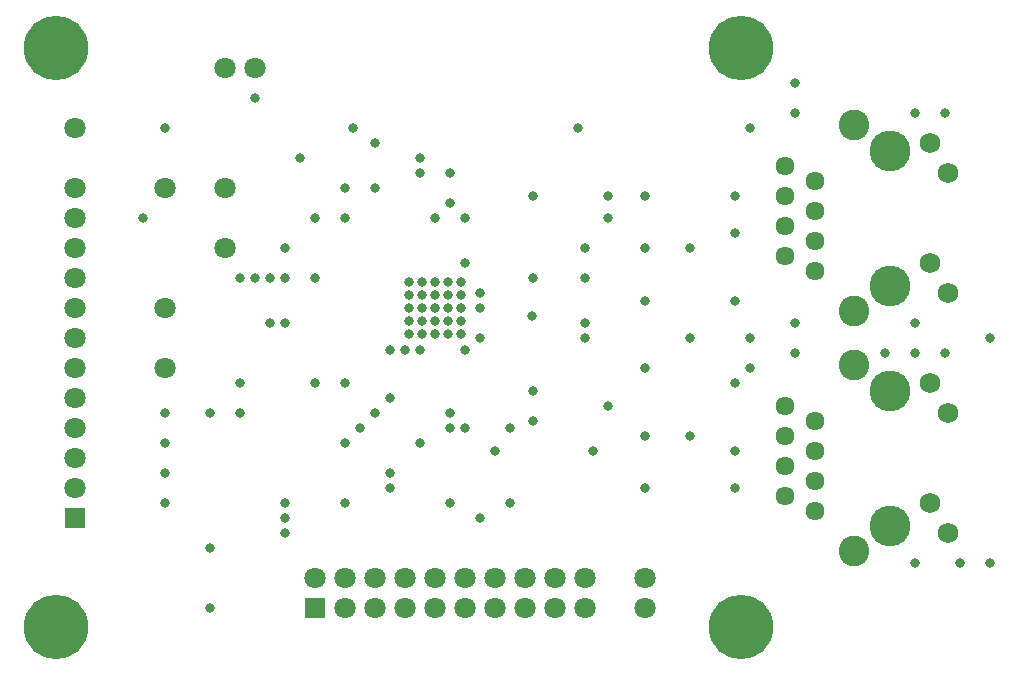
<source format=gbs>
G04*
G04 #@! TF.GenerationSoftware,Altium Limited,CircuitStudio,1.5.2 (30)*
G04*
G04 Layer_Color=8150272*
%FSLAX25Y25*%
%MOIN*%
G70*
G01*
G75*
%ADD79C,0.21457*%
%ADD80C,0.07099*%
%ADD81C,0.06343*%
%ADD82C,0.10249*%
%ADD83C,0.06824*%
%ADD84C,0.13595*%
%ADD85R,0.07099X0.07099*%
%ADD86R,0.07099X0.07099*%
%ADD87C,0.03162*%
D79*
X242126Y13780D02*
D03*
X13780D02*
D03*
X242126Y206693D02*
D03*
X13780D02*
D03*
D80*
X50000Y120000D02*
D03*
X20000Y180000D02*
D03*
Y140000D02*
D03*
Y130000D02*
D03*
Y120000D02*
D03*
Y110000D02*
D03*
Y100000D02*
D03*
Y90000D02*
D03*
Y80000D02*
D03*
Y70000D02*
D03*
Y60000D02*
D03*
Y150000D02*
D03*
Y160000D02*
D03*
X140000Y30000D02*
D03*
Y20000D02*
D03*
X130000Y30000D02*
D03*
Y20000D02*
D03*
X120000Y30000D02*
D03*
Y20000D02*
D03*
X110000Y30000D02*
D03*
Y20000D02*
D03*
X100000Y30000D02*
D03*
X150000Y20000D02*
D03*
Y30000D02*
D03*
X160000Y20000D02*
D03*
Y30000D02*
D03*
X170000Y20000D02*
D03*
Y30000D02*
D03*
X180000Y20000D02*
D03*
Y30000D02*
D03*
X190000Y20000D02*
D03*
Y30000D02*
D03*
X70000Y160000D02*
D03*
Y140000D02*
D03*
X50000Y100000D02*
D03*
Y160000D02*
D03*
X70000Y200000D02*
D03*
X80000D02*
D03*
X210000Y30000D02*
D03*
Y20000D02*
D03*
D81*
X256772Y87500D02*
D03*
X266772Y82500D02*
D03*
X256772Y77500D02*
D03*
X266772Y72500D02*
D03*
X256772Y67500D02*
D03*
X266772Y62500D02*
D03*
X256772Y57500D02*
D03*
X266772Y52500D02*
D03*
X256772Y167500D02*
D03*
X266772Y162500D02*
D03*
X256772Y157500D02*
D03*
X266772Y152500D02*
D03*
X256772Y147500D02*
D03*
X266772Y142500D02*
D03*
X256772Y137500D02*
D03*
X266772Y132500D02*
D03*
D82*
X279764Y101004D02*
D03*
Y38996D02*
D03*
Y181004D02*
D03*
Y118996D02*
D03*
D83*
X305079Y94902D02*
D03*
X311063Y84902D02*
D03*
X305079Y55098D02*
D03*
X311063Y45098D02*
D03*
X305079Y174902D02*
D03*
X311063Y164902D02*
D03*
X305079Y135098D02*
D03*
X311063Y125098D02*
D03*
D84*
X291772Y92500D02*
D03*
Y47500D02*
D03*
Y172500D02*
D03*
Y127500D02*
D03*
D85*
X20000Y50000D02*
D03*
D86*
X100000Y20000D02*
D03*
D87*
X148661Y128661D02*
D03*
Y124331D02*
D03*
Y120000D02*
D03*
Y115669D02*
D03*
Y111339D02*
D03*
X144331Y128661D02*
D03*
Y124331D02*
D03*
Y120000D02*
D03*
Y115669D02*
D03*
Y111339D02*
D03*
X140000Y128661D02*
D03*
Y124331D02*
D03*
Y120000D02*
D03*
Y115669D02*
D03*
Y111339D02*
D03*
X135669Y128661D02*
D03*
Y124331D02*
D03*
Y120000D02*
D03*
Y115669D02*
D03*
Y111339D02*
D03*
X131339Y128661D02*
D03*
Y124331D02*
D03*
Y120000D02*
D03*
Y115669D02*
D03*
Y111339D02*
D03*
X245000Y110000D02*
D03*
X120000Y175000D02*
D03*
X90000Y140000D02*
D03*
X125000Y60000D02*
D03*
X197500Y87500D02*
D03*
X42500Y150000D02*
D03*
X50000Y180000D02*
D03*
X150000Y150000D02*
D03*
X85000Y115000D02*
D03*
X50000Y75000D02*
D03*
X160000Y72500D02*
D03*
X187500Y180000D02*
D03*
X112500D02*
D03*
X190000Y110000D02*
D03*
Y115000D02*
D03*
X172603Y82500D02*
D03*
X240000Y72500D02*
D03*
Y60000D02*
D03*
Y95000D02*
D03*
Y122500D02*
D03*
Y145000D02*
D03*
Y157500D02*
D03*
X260000Y105000D02*
D03*
Y185000D02*
D03*
Y195000D02*
D03*
Y115000D02*
D03*
X325000Y110000D02*
D03*
X245000Y100000D02*
D03*
Y180000D02*
D03*
X130000Y106000D02*
D03*
X210000Y157500D02*
D03*
Y60000D02*
D03*
X197500Y150000D02*
D03*
X210000Y140000D02*
D03*
Y122500D02*
D03*
X225000Y110000D02*
D03*
X210000Y77500D02*
D03*
Y100000D02*
D03*
X192500Y72500D02*
D03*
X172500Y92500D02*
D03*
X155000Y110000D02*
D03*
X197500Y157500D02*
D03*
X155000Y120000D02*
D03*
X172397Y117500D02*
D03*
X172500Y157500D02*
D03*
X190000Y140000D02*
D03*
X155000Y125000D02*
D03*
X172500Y130000D02*
D03*
X150000Y135000D02*
D03*
X190000Y130000D02*
D03*
X225000Y77500D02*
D03*
Y140000D02*
D03*
X65000Y40000D02*
D03*
X110000Y160000D02*
D03*
X80000Y190000D02*
D03*
X120000Y160000D02*
D03*
X165000Y55000D02*
D03*
X155000Y50000D02*
D03*
X145000Y55000D02*
D03*
X315000Y35000D02*
D03*
X325000D02*
D03*
X290000Y105000D02*
D03*
X300000Y115000D02*
D03*
Y35000D02*
D03*
Y105000D02*
D03*
X310000D02*
D03*
X300000Y185000D02*
D03*
X310000D02*
D03*
X50000Y55000D02*
D03*
X65000Y20000D02*
D03*
X75000Y130000D02*
D03*
X85000D02*
D03*
X50000Y65000D02*
D03*
X125000D02*
D03*
X110000Y95000D02*
D03*
X135000Y165000D02*
D03*
X95000Y170000D02*
D03*
X100000Y130000D02*
D03*
X150000Y106000D02*
D03*
X135000D02*
D03*
X90000Y115000D02*
D03*
X135000Y75000D02*
D03*
X75000Y85000D02*
D03*
X100000Y95000D02*
D03*
X125000Y90000D02*
D03*
X145000Y155000D02*
D03*
X140000Y150000D02*
D03*
X100000D02*
D03*
X135000Y170000D02*
D03*
X80000Y130000D02*
D03*
X90000D02*
D03*
X110000Y55000D02*
D03*
X75000Y95000D02*
D03*
X115000Y80000D02*
D03*
X50000Y85000D02*
D03*
X65000D02*
D03*
X125000Y106000D02*
D03*
X165000Y80000D02*
D03*
X90000Y55000D02*
D03*
Y45000D02*
D03*
Y50000D02*
D03*
X110000Y75000D02*
D03*
X120000Y85000D02*
D03*
X110000Y150000D02*
D03*
X145000Y165000D02*
D03*
Y85000D02*
D03*
X150000Y80000D02*
D03*
X145000D02*
D03*
M02*

</source>
